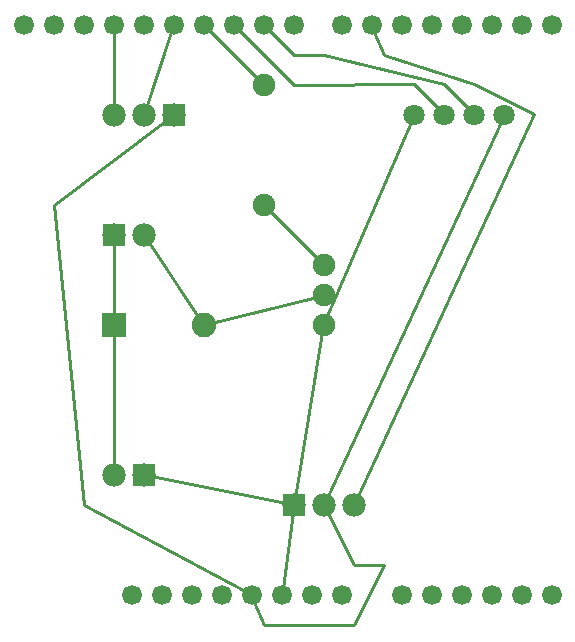
<source format=gtl>
G04 MADE WITH FRITZING*
G04 WWW.FRITZING.ORG*
G04 DOUBLE SIDED*
G04 HOLES PLATED*
G04 CONTOUR ON CENTER OF CONTOUR VECTOR*
%ASAXBY*%
%FSLAX23Y23*%
%MOIN*%
%OFA0B0*%
%SFA1.0B1.0*%
%ADD10C,0.066194*%
%ADD11C,0.066222*%
%ADD12C,0.078000*%
%ADD13C,0.075000*%
%ADD14C,0.082000*%
%ADD15C,0.071000*%
%ADD16C,0.070972*%
%ADD17R,0.078000X0.078000*%
%ADD18R,0.082000X0.082000*%
%ADD19C,0.011111*%
%LNCOPPER1*%
G90*
G70*
G54D10*
X2192Y164D03*
X2292Y164D03*
X2392Y164D03*
X2492Y164D03*
X2592Y164D03*
G54D11*
X1732Y2064D03*
X1632Y2064D03*
X1532Y2064D03*
X1432Y2064D03*
X1332Y2064D03*
X1232Y2064D03*
X1132Y2064D03*
X1032Y2064D03*
X932Y2064D03*
X832Y2064D03*
X2592Y2064D03*
X2492Y2064D03*
X2392Y2064D03*
X2292Y2064D03*
X2192Y2064D03*
X2092Y2064D03*
X1992Y2064D03*
X1892Y2064D03*
G54D10*
X1292Y164D03*
X1192Y164D03*
X1392Y164D03*
X1492Y164D03*
X1592Y164D03*
X1692Y164D03*
X1792Y164D03*
X1892Y164D03*
X2092Y164D03*
G54D12*
X1232Y564D03*
X1132Y564D03*
G54D13*
X1632Y1464D03*
X1632Y1864D03*
G54D14*
X1134Y1064D03*
X1432Y1064D03*
G54D12*
X1132Y1364D03*
X1232Y1364D03*
G54D15*
X2432Y1764D03*
X2332Y1764D03*
G54D16*
X2232Y1764D03*
X2132Y1764D03*
G54D12*
X1732Y464D03*
X1832Y464D03*
X1932Y464D03*
G54D13*
X1832Y1264D03*
X1832Y1164D03*
X1832Y1064D03*
G54D12*
X1332Y1764D03*
X1232Y1764D03*
X1132Y1764D03*
G54D17*
X1232Y564D03*
G54D18*
X1133Y1064D03*
G54D17*
X1132Y1364D03*
X1732Y464D03*
X1332Y1764D03*
G54D19*
X1932Y64D02*
X1831Y63D01*
D02*
X2032Y263D02*
X1932Y64D01*
D02*
X1832Y64D02*
X1632Y63D01*
D02*
X1831Y63D02*
X1832Y64D01*
D02*
X1632Y63D02*
X1601Y141D01*
D02*
X1932Y263D02*
X2032Y263D01*
D02*
X1843Y442D02*
X1932Y263D01*
D02*
X1696Y188D02*
X1729Y440D01*
D02*
X2533Y1765D02*
X1943Y486D01*
D02*
X2333Y1865D02*
X2533Y1765D01*
D02*
X2001Y2041D02*
X2032Y1964D01*
D02*
X2032Y1964D02*
X2333Y1865D01*
D02*
X2134Y1865D02*
X1732Y1864D01*
D02*
X1732Y1864D02*
X1550Y2046D01*
D02*
X2215Y1782D02*
X2134Y1865D01*
D02*
X2233Y1865D02*
X2315Y1782D01*
D02*
X1832Y1964D02*
X2233Y1865D01*
D02*
X1732Y1964D02*
X1832Y1964D01*
D02*
X1650Y2046D02*
X1732Y1964D01*
D02*
X1616Y1880D02*
X1450Y2046D01*
D02*
X1816Y1280D02*
X1649Y1448D01*
D02*
X1841Y1085D02*
X2122Y1741D01*
D02*
X1843Y486D02*
X2422Y1741D01*
D02*
X1033Y463D02*
X934Y1463D01*
D02*
X934Y1463D02*
X1313Y1749D01*
D02*
X1570Y176D02*
X1033Y463D01*
D02*
X1134Y1090D02*
X1132Y1339D01*
D02*
X1132Y588D02*
X1134Y1037D01*
D02*
X1708Y469D02*
X1256Y559D01*
D02*
X1418Y1086D02*
X1246Y1343D01*
D02*
X1810Y1158D02*
X1458Y1070D01*
D02*
X1736Y488D02*
X1828Y1041D01*
D02*
X1240Y1787D02*
X1324Y2040D01*
D02*
X1132Y1788D02*
X1132Y2039D01*
G04 End of Copper1*
M02*
</source>
